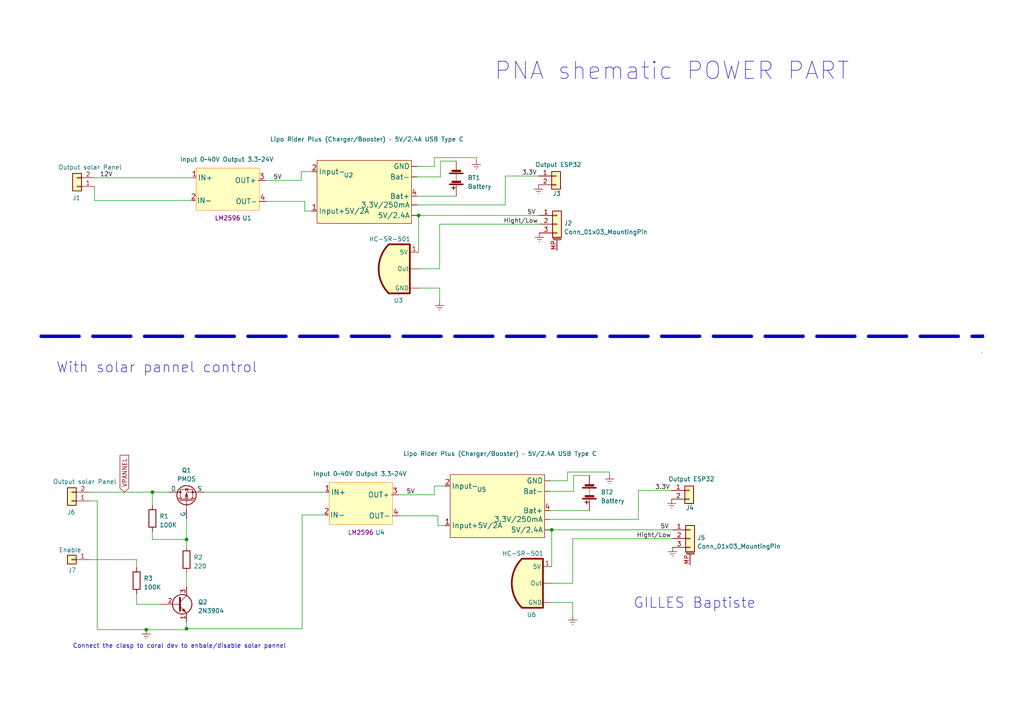
<source format=kicad_sch>
(kicad_sch (version 20230121) (generator eeschema)

  (uuid 30e66d92-aec2-4932-bb20-7ad358b58692)

  (paper "A4")

  (lib_symbols
    (symbol "Connector_Generic_MountingPin:Conn_01x01_MountingPin" (pin_names (offset 1.016) hide) (in_bom yes) (on_board yes)
      (property "Reference" "J7" (at -3.048 0.9906 0)
        (effects (font (size 1.27 1.27)) (justify left))
      )
      (property "Value" "Enable" (at 3.81 6.858 0)
        (effects (font (size 1.27 1.27)) (justify left))
      )
      (property "Footprint" "" (at 0 0 0)
        (effects (font (size 1.27 1.27)) hide)
      )
      (property "Datasheet" "~" (at 0 0 0)
        (effects (font (size 1.27 1.27)) hide)
      )
      (property "ki_keywords" "connector" (at 0 0 0)
        (effects (font (size 1.27 1.27)) hide)
      )
      (property "ki_description" "Generic connectable mounting pin connector, single row, 01x01, script generated (kicad-library-utils/schlib/autogen/connector/)" (at 0 0 0)
        (effects (font (size 1.27 1.27)) hide)
      )
      (property "ki_fp_filters" "Connector*:*_1x??-1MP*" (at 0 0 0)
        (effects (font (size 1.27 1.27)) hide)
      )
      (symbol "Conn_01x01_MountingPin_1_1"
        (rectangle (start -1.27 0.127) (end 0 -0.127)
          (stroke (width 0.1524) (type default))
          (fill (type none))
        )
        (rectangle (start -1.27 1.27) (end 1.27 -1.27)
          (stroke (width 0.254) (type default))
          (fill (type background))
        )
        (pin passive line (at -5.08 0 0) (length 3.81)
          (name "Pin_1" (effects (font (size 1.27 1.27))))
          (number "1" (effects (font (size 1.27 1.27))))
        )
      )
    )
    (symbol "Connector_Generic_MountingPin:Conn_01x02_MountingPin" (pin_names (offset 1.016) hide) (in_bom yes) (on_board yes)
      (property "Reference" "J1" (at -2.54 2.2606 0)
        (effects (font (size 1.27 1.27)) (justify left))
      )
      (property "Value" "Conn_01x02_MountingPin" (at -2.54 -0.2794 0)
        (effects (font (size 1.27 1.27)) (justify left) hide)
      )
      (property "Footprint" "" (at 0 0 0)
        (effects (font (size 1.27 1.27)) hide)
      )
      (property "Datasheet" "~" (at 0 0 0)
        (effects (font (size 1.27 1.27)) hide)
      )
      (property "ki_keywords" "connector" (at 0 0 0)
        (effects (font (size 1.27 1.27)) hide)
      )
      (property "ki_description" "Generic connectable mounting pin connector, single row, 01x02, script generated (kicad-library-utils/schlib/autogen/connector/)" (at 0 0 0)
        (effects (font (size 1.27 1.27)) hide)
      )
      (property "ki_fp_filters" "Connector*:*_1x??-1MP*" (at 0 0 0)
        (effects (font (size 1.27 1.27)) hide)
      )
      (symbol "Conn_01x02_MountingPin_1_1"
        (rectangle (start -1.27 -2.413) (end 0 -2.667)
          (stroke (width 0.1524) (type default))
          (fill (type none))
        )
        (rectangle (start -1.27 0.127) (end 0 -0.127)
          (stroke (width 0.1524) (type default))
          (fill (type none))
        )
        (rectangle (start -1.27 1.27) (end 1.27 -3.81)
          (stroke (width 0.254) (type default))
          (fill (type background))
        )
        (pin passive line (at -5.08 0 0) (length 3.81)
          (name "Pin_1" (effects (font (size 1.27 1.27))))
          (number "1" (effects (font (size 1.27 1.27))))
        )
        (pin passive line (at -5.08 -2.54 0) (length 3.81)
          (name "Pin_2" (effects (font (size 1.27 1.27))))
          (number "2" (effects (font (size 1.27 1.27))))
        )
      )
    )
    (symbol "Connector_Generic_MountingPin:Conn_01x03_MountingPin" (pin_names (offset 1.016) hide) (in_bom yes) (on_board yes)
      (property "Reference" "J" (at 0 5.08 0)
        (effects (font (size 1.27 1.27)))
      )
      (property "Value" "Conn_01x03_MountingPin" (at 1.27 -5.08 0)
        (effects (font (size 1.27 1.27)) (justify left))
      )
      (property "Footprint" "" (at 0 0 0)
        (effects (font (size 1.27 1.27)) hide)
      )
      (property "Datasheet" "~" (at 0 0 0)
        (effects (font (size 1.27 1.27)) hide)
      )
      (property "ki_keywords" "connector" (at 0 0 0)
        (effects (font (size 1.27 1.27)) hide)
      )
      (property "ki_description" "Generic connectable mounting pin connector, single row, 01x03, script generated (kicad-library-utils/schlib/autogen/connector/)" (at 0 0 0)
        (effects (font (size 1.27 1.27)) hide)
      )
      (property "ki_fp_filters" "Connector*:*_1x??-1MP*" (at 0 0 0)
        (effects (font (size 1.27 1.27)) hide)
      )
      (symbol "Conn_01x03_MountingPin_1_1"
        (rectangle (start -1.27 -2.413) (end 0 -2.667)
          (stroke (width 0.1524) (type default))
          (fill (type none))
        )
        (rectangle (start -1.27 0.127) (end 0 -0.127)
          (stroke (width 0.1524) (type default))
          (fill (type none))
        )
        (rectangle (start -1.27 2.667) (end 0 2.413)
          (stroke (width 0.1524) (type default))
          (fill (type none))
        )
        (rectangle (start -1.27 3.81) (end 1.27 -3.81)
          (stroke (width 0.254) (type default))
          (fill (type background))
        )
        (polyline
          (pts
            (xy -1.016 -4.572)
            (xy 1.016 -4.572)
          )
          (stroke (width 0.1524) (type default))
          (fill (type none))
        )
        (text "Mounting" (at 0 -4.191 0)
          (effects (font (size 0.381 0.381)))
        )
        (pin passive line (at -5.08 2.54 0) (length 3.81)
          (name "Pin_1" (effects (font (size 1.27 1.27))))
          (number "1" (effects (font (size 1.27 1.27))))
        )
        (pin passive line (at -5.08 0 0) (length 3.81)
          (name "Pin_2" (effects (font (size 1.27 1.27))))
          (number "2" (effects (font (size 1.27 1.27))))
        )
        (pin passive line (at -5.08 -2.54 0) (length 3.81)
          (name "Pin_3" (effects (font (size 1.27 1.27))))
          (number "3" (effects (font (size 1.27 1.27))))
        )
        (pin passive line (at 0 -7.62 90) (length 3.048)
          (name "MountPin" (effects (font (size 1.27 1.27))))
          (number "MP" (effects (font (size 1.27 1.27))))
        )
      )
    )
    (symbol "Device:Battery" (pin_numbers hide) (pin_names (offset 0) hide) (in_bom yes) (on_board yes)
      (property "Reference" "BT" (at 2.54 2.54 0)
        (effects (font (size 1.27 1.27)) (justify left))
      )
      (property "Value" "Battery" (at 2.54 0 0)
        (effects (font (size 1.27 1.27)) (justify left))
      )
      (property "Footprint" "" (at 0 1.524 90)
        (effects (font (size 1.27 1.27)) hide)
      )
      (property "Datasheet" "~" (at 0 1.524 90)
        (effects (font (size 1.27 1.27)) hide)
      )
      (property "ki_keywords" "batt voltage-source cell" (at 0 0 0)
        (effects (font (size 1.27 1.27)) hide)
      )
      (property "ki_description" "Multiple-cell battery" (at 0 0 0)
        (effects (font (size 1.27 1.27)) hide)
      )
      (symbol "Battery_0_1"
        (rectangle (start -2.032 -1.397) (end 2.032 -1.651)
          (stroke (width 0) (type default))
          (fill (type outline))
        )
        (rectangle (start -2.032 1.778) (end 2.032 1.524)
          (stroke (width 0) (type default))
          (fill (type outline))
        )
        (rectangle (start -1.3208 -1.9812) (end 1.27 -2.4892)
          (stroke (width 0) (type default))
          (fill (type outline))
        )
        (rectangle (start -1.3208 1.1938) (end 1.27 0.6858)
          (stroke (width 0) (type default))
          (fill (type outline))
        )
        (polyline
          (pts
            (xy 0 -1.524)
            (xy 0 -1.27)
          )
          (stroke (width 0) (type default))
          (fill (type none))
        )
        (polyline
          (pts
            (xy 0 -1.016)
            (xy 0 -0.762)
          )
          (stroke (width 0) (type default))
          (fill (type none))
        )
        (polyline
          (pts
            (xy 0 -0.508)
            (xy 0 -0.254)
          )
          (stroke (width 0) (type default))
          (fill (type none))
        )
        (polyline
          (pts
            (xy 0 0)
            (xy 0 0.254)
          )
          (stroke (width 0) (type default))
          (fill (type none))
        )
        (polyline
          (pts
            (xy 0 0.508)
            (xy 0 0.762)
          )
          (stroke (width 0) (type default))
          (fill (type none))
        )
        (polyline
          (pts
            (xy 0 1.778)
            (xy 0 2.54)
          )
          (stroke (width 0) (type default))
          (fill (type none))
        )
        (polyline
          (pts
            (xy 0.254 2.667)
            (xy 1.27 2.667)
          )
          (stroke (width 0.254) (type default))
          (fill (type none))
        )
        (polyline
          (pts
            (xy 0.762 3.175)
            (xy 0.762 2.159)
          )
          (stroke (width 0.254) (type default))
          (fill (type none))
        )
      )
      (symbol "Battery_1_1"
        (pin passive line (at 0 5.08 270) (length 2.54)
          (name "+" (effects (font (size 1.27 1.27))))
          (number "1" (effects (font (size 1.27 1.27))))
        )
        (pin passive line (at 0 -5.08 90) (length 2.54)
          (name "-" (effects (font (size 1.27 1.27))))
          (number "2" (effects (font (size 1.27 1.27))))
        )
      )
    )
    (symbol "Device:R" (pin_numbers hide) (pin_names (offset 0)) (in_bom yes) (on_board yes)
      (property "Reference" "R" (at 2.032 0 90)
        (effects (font (size 1.27 1.27)))
      )
      (property "Value" "R" (at 0 0 90)
        (effects (font (size 1.27 1.27)))
      )
      (property "Footprint" "" (at -1.778 0 90)
        (effects (font (size 1.27 1.27)) hide)
      )
      (property "Datasheet" "~" (at 0 0 0)
        (effects (font (size 1.27 1.27)) hide)
      )
      (property "ki_keywords" "R res resistor" (at 0 0 0)
        (effects (font (size 1.27 1.27)) hide)
      )
      (property "ki_description" "Resistor" (at 0 0 0)
        (effects (font (size 1.27 1.27)) hide)
      )
      (property "ki_fp_filters" "R_*" (at 0 0 0)
        (effects (font (size 1.27 1.27)) hide)
      )
      (symbol "R_0_1"
        (rectangle (start -1.016 -2.54) (end 1.016 2.54)
          (stroke (width 0.254) (type default))
          (fill (type none))
        )
      )
      (symbol "R_1_1"
        (pin passive line (at 0 3.81 270) (length 1.27)
          (name "~" (effects (font (size 1.27 1.27))))
          (number "1" (effects (font (size 1.27 1.27))))
        )
        (pin passive line (at 0 -3.81 90) (length 1.27)
          (name "~" (effects (font (size 1.27 1.27))))
          (number "2" (effects (font (size 1.27 1.27))))
        )
      )
    )
    (symbol "PNAlib:Charger_106990290" (in_bom yes) (on_board yes)
      (property "Reference" "U2" (at 1.524 -7.62 0)
        (effects (font (size 1.27 1.27)))
      )
      (property "Value" "Lipo Rider Plus (Charger/Booster) ‐ 5V/2.4A USB Type C" (at 5.588 15.24 0)
        (effects (font (size 1.27 1.27)))
      )
      (property "Footprint" "" (at 0 0 0)
        (effects (font (size 1.27 1.27)) hide)
      )
      (property "Datasheet" "https://www.farnell.com/datasheets/3761219.pdf" (at -1.016 -8.89 0)
        (effects (font (size 1.27 1.27)) hide)
      )
      (symbol "Charger_106990290_0_1"
        (rectangle (start -7.62 6.35) (end 19.812 -11.938)
          (stroke (width 0) (type default))
          (fill (type background))
        )
      )
      (symbol "Charger_106990290_1_1"
        (pin output line (at 21.336 1.016 180) (length 1.5)
          (name "3.3V/250mA" (effects (font (size 1.5 1.5))))
          (number "" (effects (font (size 1.5 1.5))))
        )
        (pin output line (at 21.336 4.064 180) (length 1.5)
          (name "5V/2.4A" (effects (font (size 1.5 1.5))))
          (number "" (effects (font (size 1.5 1.5))))
        )
        (pin output line (at 21.336 -7.112 180) (length 1.5)
          (name "Bat-" (effects (font (size 1.5 1.5))))
          (number "" (effects (font (size 1.5 1.5))))
        )
        (pin output line (at 21.336 -10.16 180) (length 1.5)
          (name "GND" (effects (font (size 1.5 1.5))))
          (number "" (effects (font (size 1.5 1.5))))
        )
        (pin input line (at -9.144 2.794 0) (length 1.5)
          (name "Input+5V/2A" (effects (font (size 1.5 1.5))))
          (number "1" (effects (font (size 1.5 1.5))))
        )
        (pin input line (at -9.136 -8.636 0) (length 1.5)
          (name "Input-" (effects (font (size 1.5 1.5))))
          (number "2" (effects (font (size 1.5 1.5))))
        )
        (pin output line (at 21.336 -1.524 180) (length 1.5)
          (name "Bat+" (effects (font (size 1.5 1.5))))
          (number "4" (effects (font (size 1.5 1.5))))
        )
      )
    )
    (symbol "PNAlib:LM2596" (in_bom yes) (on_board yes)
      (property "Reference" "U" (at 3.556 -4.572 0)
        (effects (font (size 1.27 1.27)))
      )
      (property "Value" "Input 0~40V Output 3.3~24V" (at 0 5.08 0)
        (effects (font (size 1.27 1.27)))
      )
      (property "Footprint" "" (at 0 0 0)
        (effects (font (size 1.27 1.27)) hide)
      )
      (property "Datasheet" "https://www.farnell.com/datasheets/3740626.pdf" (at 0 7.62 0)
        (effects (font (size 1.27 1.27)) hide)
      )
      (property "Name" "LM2596" (at 4.064 -6.604 0)
        (effects (font (size 1.27 1.27)))
      )
      (symbol "LM2596_0_1"
        (rectangle (start -5.08 3.81) (end 13.208 -8.382)
          (stroke (width 0) (type default) (color 255 137 28 1))
          (fill (type background))
        )
      )
      (symbol "LM2596_1_1"
        (pin power_in line (at -6.096 1.016 0) (length 1)
          (name "IN+" (effects (font (size 1.5 1.5))))
          (number "1" (effects (font (size 1.5 1.5))))
        )
        (pin power_in line (at -6.35 -5.588 0) (length 1)
          (name "IN-" (effects (font (size 1.5 1.5))))
          (number "2" (effects (font (size 1.5 1.5))))
        )
        (pin power_out line (at 14.97 0.254 180) (length 2)
          (name "OUT+" (effects (font (size 1.5 1.5))))
          (number "3" (effects (font (size 1.5 1.5))))
        )
        (pin power_out line (at 15.224 -5.842 180) (length 2)
          (name "OUT-" (effects (font (size 1.5 1.5))))
          (number "4" (effects (font (size 1.5 1.5))))
        )
      )
    )
    (symbol "PNAlib:MotionSensor" (in_bom yes) (on_board yes)
      (property "Reference" "U" (at -1.016 -0.254 0)
        (effects (font (size 1.27 1.27)))
      )
      (property "Value" "HC-SR-501" (at -1.27 -9.144 0)
        (effects (font (size 1.27 1.27)))
      )
      (property "Footprint" "" (at 0 0 0)
        (effects (font (size 1.27 1.27)) hide)
      )
      (property "Datasheet" "https://www.mpja.com/download/31227sc.pdf" (at -1.016 8.382 0)
        (effects (font (size 1.27 1.27)) hide)
      )
      (symbol "MotionSensor_0_1"
        (arc (start 0 -7.366) (mid 2.9459 -0.254) (end 0 6.858)
          (stroke (width 0.5) (type default))
          (fill (type background))
        )
        (polyline
          (pts
            (xy 0 6.858)
            (xy -6.096 6.858)
            (xy -6.096 -7.366)
            (xy 0 -7.366)
          )
          (stroke (width 0.5) (type default))
          (fill (type background))
        )
      )
      (symbol "MotionSensor_1_1"
        (pin power_in line (at -8.89 -5.842 0) (length 2.54)
          (name "GND" (effects (font (size 1.27 1.27))))
          (number "" (effects (font (size 1.27 1.27))))
        )
        (pin passive line (at -8.89 -0.254 0) (length 2.54)
          (name "Out" (effects (font (size 1.27 1.27))))
          (number "" (effects (font (size 1.27 1.27))))
        )
        (pin power_in line (at -8.636 4.572 0) (length 2.54)
          (name "5V" (effects (font (size 1.27 1.27))))
          (number "1" (effects (font (size 1.27 1.27))))
        )
      )
    )
    (symbol "Simulation_SPICE:PMOS" (pin_numbers hide) (pin_names (offset 0)) (in_bom yes) (on_board yes)
      (property "Reference" "Q" (at 5.08 1.27 0)
        (effects (font (size 1.27 1.27)) (justify left))
      )
      (property "Value" "PMOS" (at 5.08 -1.27 0)
        (effects (font (size 1.27 1.27)) (justify left))
      )
      (property "Footprint" "" (at 5.08 2.54 0)
        (effects (font (size 1.27 1.27)) hide)
      )
      (property "Datasheet" "https://ngspice.sourceforge.io/docs/ngspice-manual.pdf" (at 0 -12.7 0)
        (effects (font (size 1.27 1.27)) hide)
      )
      (property "Sim.Device" "PMOS" (at 0 -17.145 0)
        (effects (font (size 1.27 1.27)) hide)
      )
      (property "Sim.Type" "VDMOS" (at 0 -19.05 0)
        (effects (font (size 1.27 1.27)) hide)
      )
      (property "Sim.Pins" "1=D 2=G 3=S" (at 0 -15.24 0)
        (effects (font (size 1.27 1.27)) hide)
      )
      (property "ki_keywords" "transistor PMOS P-MOS P-MOSFET simulation" (at 0 0 0)
        (effects (font (size 1.27 1.27)) hide)
      )
      (property "ki_description" "P-MOSFET transistor, drain/source/gate" (at 0 0 0)
        (effects (font (size 1.27 1.27)) hide)
      )
      (symbol "PMOS_0_1"
        (polyline
          (pts
            (xy 0.254 0)
            (xy -2.54 0)
          )
          (stroke (width 0) (type default))
          (fill (type none))
        )
        (polyline
          (pts
            (xy 0.254 1.905)
            (xy 0.254 -1.905)
          )
          (stroke (width 0.254) (type default))
          (fill (type none))
        )
        (polyline
          (pts
            (xy 0.762 -1.27)
            (xy 0.762 -2.286)
          )
          (stroke (width 0.254) (type default))
          (fill (type none))
        )
        (polyline
          (pts
            (xy 0.762 0.508)
            (xy 0.762 -0.508)
          )
          (stroke (width 0.254) (type default))
          (fill (type none))
        )
        (polyline
          (pts
            (xy 0.762 2.286)
            (xy 0.762 1.27)
          )
          (stroke (width 0.254) (type default))
          (fill (type none))
        )
        (polyline
          (pts
            (xy 2.54 2.54)
            (xy 2.54 1.778)
          )
          (stroke (width 0) (type default))
          (fill (type none))
        )
        (polyline
          (pts
            (xy 2.54 -2.54)
            (xy 2.54 0)
            (xy 0.762 0)
          )
          (stroke (width 0) (type default))
          (fill (type none))
        )
        (polyline
          (pts
            (xy 0.762 1.778)
            (xy 3.302 1.778)
            (xy 3.302 -1.778)
            (xy 0.762 -1.778)
          )
          (stroke (width 0) (type default))
          (fill (type none))
        )
        (polyline
          (pts
            (xy 2.286 0)
            (xy 1.27 0.381)
            (xy 1.27 -0.381)
            (xy 2.286 0)
          )
          (stroke (width 0) (type default))
          (fill (type outline))
        )
        (polyline
          (pts
            (xy 2.794 -0.508)
            (xy 2.921 -0.381)
            (xy 3.683 -0.381)
            (xy 3.81 -0.254)
          )
          (stroke (width 0) (type default))
          (fill (type none))
        )
        (polyline
          (pts
            (xy 3.302 -0.381)
            (xy 2.921 0.254)
            (xy 3.683 0.254)
            (xy 3.302 -0.381)
          )
          (stroke (width 0) (type default))
          (fill (type none))
        )
        (circle (center 1.651 0) (radius 2.794)
          (stroke (width 0.254) (type default))
          (fill (type none))
        )
        (circle (center 2.54 -1.778) (radius 0.254)
          (stroke (width 0) (type default))
          (fill (type outline))
        )
        (circle (center 2.54 1.778) (radius 0.254)
          (stroke (width 0) (type default))
          (fill (type outline))
        )
      )
      (symbol "PMOS_1_1"
        (pin passive line (at 2.54 5.08 270) (length 2.54)
          (name "D" (effects (font (size 1.27 1.27))))
          (number "1" (effects (font (size 1.27 1.27))))
        )
        (pin input line (at -5.08 0 0) (length 2.54)
          (name "G" (effects (font (size 1.27 1.27))))
          (number "2" (effects (font (size 1.27 1.27))))
        )
        (pin passive line (at 2.54 -5.08 90) (length 2.54)
          (name "S" (effects (font (size 1.27 1.27))))
          (number "3" (effects (font (size 1.27 1.27))))
        )
      )
    )
    (symbol "Transistor_BJT:2N3904" (pin_names (offset 0) hide) (in_bom yes) (on_board yes)
      (property "Reference" "Q" (at 5.08 1.905 0)
        (effects (font (size 1.27 1.27)) (justify left))
      )
      (property "Value" "2N3904" (at 5.08 0 0)
        (effects (font (size 1.27 1.27)) (justify left))
      )
      (property "Footprint" "Package_TO_SOT_THT:TO-92_Inline" (at 5.08 -1.905 0)
        (effects (font (size 1.27 1.27) italic) (justify left) hide)
      )
      (property "Datasheet" "https://www.onsemi.com/pub/Collateral/2N3903-D.PDF" (at 0 0 0)
        (effects (font (size 1.27 1.27)) (justify left) hide)
      )
      (property "ki_keywords" "NPN Transistor" (at 0 0 0)
        (effects (font (size 1.27 1.27)) hide)
      )
      (property "ki_description" "0.2A Ic, 40V Vce, Small Signal NPN Transistor, TO-92" (at 0 0 0)
        (effects (font (size 1.27 1.27)) hide)
      )
      (property "ki_fp_filters" "TO?92*" (at 0 0 0)
        (effects (font (size 1.27 1.27)) hide)
      )
      (symbol "2N3904_0_1"
        (polyline
          (pts
            (xy 0.635 0.635)
            (xy 2.54 2.54)
          )
          (stroke (width 0) (type default))
          (fill (type none))
        )
        (polyline
          (pts
            (xy 0.635 -0.635)
            (xy 2.54 -2.54)
            (xy 2.54 -2.54)
          )
          (stroke (width 0) (type default))
          (fill (type none))
        )
        (polyline
          (pts
            (xy 0.635 1.905)
            (xy 0.635 -1.905)
            (xy 0.635 -1.905)
          )
          (stroke (width 0.508) (type default))
          (fill (type none))
        )
        (polyline
          (pts
            (xy 1.27 -1.778)
            (xy 1.778 -1.27)
            (xy 2.286 -2.286)
            (xy 1.27 -1.778)
            (xy 1.27 -1.778)
          )
          (stroke (width 0) (type default))
          (fill (type outline))
        )
        (circle (center 1.27 0) (radius 2.8194)
          (stroke (width 0.254) (type default))
          (fill (type none))
        )
      )
      (symbol "2N3904_1_1"
        (pin passive line (at 2.54 -5.08 90) (length 2.54)
          (name "E" (effects (font (size 1.27 1.27))))
          (number "1" (effects (font (size 1.27 1.27))))
        )
        (pin passive line (at -5.08 0 0) (length 5.715)
          (name "B" (effects (font (size 1.27 1.27))))
          (number "2" (effects (font (size 1.27 1.27))))
        )
        (pin passive line (at 2.54 5.08 270) (length 2.54)
          (name "C" (effects (font (size 1.27 1.27))))
          (number "3" (effects (font (size 1.27 1.27))))
        )
      )
    )
    (symbol "power:Earth" (power) (pin_names (offset 0)) (in_bom yes) (on_board yes)
      (property "Reference" "#PWR" (at 0 -6.35 0)
        (effects (font (size 1.27 1.27)) hide)
      )
      (property "Value" "Earth" (at 0 -3.81 0)
        (effects (font (size 1.27 1.27)) hide)
      )
      (property "Footprint" "" (at 0 0 0)
        (effects (font (size 1.27 1.27)) hide)
      )
      (property "Datasheet" "~" (at 0 0 0)
        (effects (font (size 1.27 1.27)) hide)
      )
      (property "ki_keywords" "global ground gnd" (at 0 0 0)
        (effects (font (size 1.27 1.27)) hide)
      )
      (property "ki_description" "Power symbol creates a global label with name \"Earth\"" (at 0 0 0)
        (effects (font (size 1.27 1.27)) hide)
      )
      (symbol "Earth_0_1"
        (polyline
          (pts
            (xy -0.635 -1.905)
            (xy 0.635 -1.905)
          )
          (stroke (width 0) (type default))
          (fill (type none))
        )
        (polyline
          (pts
            (xy -0.127 -2.54)
            (xy 0.127 -2.54)
          )
          (stroke (width 0) (type default))
          (fill (type none))
        )
        (polyline
          (pts
            (xy 0 -1.27)
            (xy 0 0)
          )
          (stroke (width 0) (type default))
          (fill (type none))
        )
        (polyline
          (pts
            (xy 1.27 -1.27)
            (xy -1.27 -1.27)
          )
          (stroke (width 0) (type default))
          (fill (type none))
        )
      )
      (symbol "Earth_1_1"
        (pin power_in line (at 0 0 270) (length 0) hide
          (name "Earth" (effects (font (size 1.27 1.27))))
          (number "1" (effects (font (size 1.27 1.27))))
        )
      )
    )
  )

  (junction (at 54.102 182.372) (diameter 0) (color 0 0 0 0)
    (uuid 0b7285ac-cbc2-4e11-a1b7-9bbd91c1d9d5)
  )
  (junction (at 42.418 182.626) (diameter 0) (color 0 0 0 0)
    (uuid 1350b08b-239d-4ad1-995b-43d0c845aa71)
  )
  (junction (at 121.412 62.484) (diameter 0) (color 0 0 0 0)
    (uuid 4356925f-e3d9-467c-8577-3c5d360693b7)
  )
  (junction (at 44.196 142.748) (diameter 0) (color 0 0 0 0)
    (uuid 9fcb1328-9ee4-4204-8720-312d08f0b285)
  )
  (junction (at 160.02 153.67) (diameter 0) (color 0 0 0 0)
    (uuid ab40830f-aa10-4579-98c4-43eb35e9dafc)
  )
  (junction (at 54.102 156.464) (diameter 0) (color 0 0 0 0)
    (uuid f6979766-199c-4ead-9baa-48b49c012b4b)
  )

  (wire (pts (xy 166.116 178.562) (xy 166.116 174.752))
    (stroke (width 0) (type default))
    (uuid 008426c3-3280-46ca-87a4-641d09d45c5f)
  )
  (wire (pts (xy 125.984 45.72) (xy 138.176 45.72))
    (stroke (width 0) (type default))
    (uuid 0171293e-ecd2-4a3e-9856-9cf970e77e4c)
  )
  (wire (pts (xy 88.408 61.214) (xy 90.424 61.214))
    (stroke (width 0) (type default))
    (uuid 07449bfd-1bfb-4683-b63e-55723f70c566)
  )
  (wire (pts (xy 42.418 182.626) (xy 28.194 182.626))
    (stroke (width 0) (type default))
    (uuid 0b89f61b-7c90-4000-9ffa-1fe4b4ff62cc)
  )
  (wire (pts (xy 127.508 87.376) (xy 127.508 83.566))
    (stroke (width 0) (type default))
    (uuid 0ebe2d5c-5a3b-4fc4-b97a-b690c04d536a)
  )
  (wire (pts (xy 39.624 162.306) (xy 25.908 162.306))
    (stroke (width 0) (type default))
    (uuid 107a94f6-73e3-4f91-88d4-14ebb2556aa7)
  )
  (wire (pts (xy 54.102 182.372) (xy 87.63 182.372))
    (stroke (width 0) (type default))
    (uuid 112290a0-fd50-401f-b12c-4a0b331072ce)
  )
  (wire (pts (xy 27.432 54.102) (xy 27.432 58.166))
    (stroke (width 0) (type default))
    (uuid 148aab51-c9fa-4b3f-9602-720d2a3818b2)
  )
  (wire (pts (xy 54.102 166.116) (xy 54.102 170.18))
    (stroke (width 0) (type default))
    (uuid 17b37227-48c4-45fb-86ef-f08099dc5b36)
  )
  (polyline (pts (xy 284.988 97.028) (xy 285.242 97.028))
    (stroke (width 0) (type default))
    (uuid 1ff64ae9-d2c0-4c74-bdea-fd8c993c07d3)
  )

  (wire (pts (xy 25.908 145.288) (xy 28.194 145.288))
    (stroke (width 0) (type default))
    (uuid 207f2718-f864-476c-ab3e-5e2eeb25ae49)
  )
  (wire (pts (xy 164.592 139.446) (xy 164.592 136.906))
    (stroke (width 0) (type default))
    (uuid 23a617f2-dc3c-4236-bc00-467c9aca5410)
  )
  (wire (pts (xy 87.376 49.784) (xy 90.424 49.784))
    (stroke (width 0) (type default))
    (uuid 23daa2ae-e5f2-4bb5-90fd-f2df044ccaec)
  )
  (wire (pts (xy 127.762 51.308) (xy 127.762 46.736))
    (stroke (width 0) (type default))
    (uuid 27dadb7a-d8f1-43aa-ad44-5872af294257)
  )
  (wire (pts (xy 125.984 140.97) (xy 129.032 140.97))
    (stroke (width 0) (type default))
    (uuid 2dbd8dfa-2759-4fb3-be1d-a67f5ffc8898)
  )
  (wire (pts (xy 44.196 142.748) (xy 49.022 142.748))
    (stroke (width 0) (type default))
    (uuid 33ac7689-2d22-437f-971b-792a3991720e)
  )
  (wire (pts (xy 146.558 51.054) (xy 146.558 59.436))
    (stroke (width 0) (type default))
    (uuid 359b68fb-7e1c-4a77-a203-fc7fd58b77b3)
  )
  (wire (pts (xy 125.984 140.97) (xy 125.984 143.51))
    (stroke (width 0) (type default))
    (uuid 36fd5dc5-2eba-4478-a79f-cd613bc0586d)
  )
  (wire (pts (xy 127.016 152.4) (xy 129.032 152.4))
    (stroke (width 0) (type default))
    (uuid 3a6f61ff-82f7-4d7b-a023-880dec51f587)
  )
  (wire (pts (xy 166.116 169.164) (xy 166.116 156.21))
    (stroke (width 0) (type default))
    (uuid 3b14ddf9-10f1-46fb-8e09-e32841bb3b31)
  )
  (wire (pts (xy 46.482 175.26) (xy 39.624 175.26))
    (stroke (width 0) (type default))
    (uuid 3cdd86f8-6811-487b-9f82-03068e59249d)
  )
  (wire (pts (xy 115.824 149.606) (xy 127.016 149.606))
    (stroke (width 0) (type default))
    (uuid 4118ce63-cfce-457e-90dc-5801aa4cb59b)
  )
  (polyline (pts (xy 284.988 97.536) (xy 284.988 97.028))
    (stroke (width 0) (type default))
    (uuid 411e3c1d-7bf6-47cc-8b25-c3e7f5d812b4)
  )

  (wire (pts (xy 76.962 52.324) (xy 87.376 52.324))
    (stroke (width 0) (type default))
    (uuid 4439abe1-628a-46b7-8474-0d4e50a95f17)
  )
  (wire (pts (xy 54.102 156.464) (xy 54.102 158.496))
    (stroke (width 0) (type default))
    (uuid 4762efda-a6ab-446c-addb-a4ba3ead79ab)
  )
  (wire (pts (xy 39.624 164.592) (xy 39.624 162.306))
    (stroke (width 0) (type default))
    (uuid 4cc3aff6-4ce6-49b3-9cad-917b71776105)
  )
  (wire (pts (xy 159.512 150.622) (xy 185.166 150.622))
    (stroke (width 0) (type default))
    (uuid 517ba88d-e57a-42c9-961b-c00d4b121d3c)
  )
  (wire (pts (xy 166.116 174.752) (xy 160.274 174.752))
    (stroke (width 0) (type default))
    (uuid 57b6ae33-86d2-49c3-b627-ae8e039dc2d5)
  )
  (wire (pts (xy 54.102 182.372) (xy 54.102 182.626))
    (stroke (width 0) (type default))
    (uuid 5de0ba3e-e46f-4da6-b0e2-df389572c601)
  )
  (wire (pts (xy 127.508 83.566) (xy 121.666 83.566))
    (stroke (width 0) (type default))
    (uuid 61b2f659-955c-4542-8c4e-5eba3479e093)
  )
  (wire (pts (xy 87.63 149.352) (xy 87.63 182.372))
    (stroke (width 0) (type default))
    (uuid 63736451-3b7f-4cbb-aa92-0f9906ae11a3)
  )
  (wire (pts (xy 94.234 149.352) (xy 87.63 149.352))
    (stroke (width 0) (type default))
    (uuid 6cd8d056-7845-49ef-8029-520c35728bb7)
  )
  (wire (pts (xy 120.904 48.26) (xy 125.984 48.26))
    (stroke (width 0) (type default))
    (uuid 6f1fc800-d1a3-4633-9fd1-3651a7ced7ce)
  )
  (wire (pts (xy 176.784 136.906) (xy 176.784 137.668))
    (stroke (width 0) (type default))
    (uuid 6f3a17bd-86bf-4703-9202-2c9945e29878)
  )
  (wire (pts (xy 121.412 62.484) (xy 156.464 62.484))
    (stroke (width 0) (type default))
    (uuid 723af606-58e5-4b04-bcf5-a8ad25b42b92)
  )
  (wire (pts (xy 115.57 143.51) (xy 125.984 143.51))
    (stroke (width 0) (type default))
    (uuid 79aa3314-3385-4542-917b-09c76f6b6462)
  )
  (wire (pts (xy 88.408 58.42) (xy 88.408 61.214))
    (stroke (width 0) (type default))
    (uuid 79d3ad95-760e-49e6-a53f-ca6a8ff17c75)
  )
  (wire (pts (xy 120.904 59.436) (xy 146.558 59.436))
    (stroke (width 0) (type default))
    (uuid 7f454c1e-2349-45dc-ac23-9e9b7b9976b3)
  )
  (wire (pts (xy 159.512 139.446) (xy 164.592 139.446))
    (stroke (width 0) (type default))
    (uuid 82d88ca2-f3bc-4710-84b8-50fa3a7f4c3b)
  )
  (wire (pts (xy 121.412 62.484) (xy 121.412 73.152))
    (stroke (width 0) (type default))
    (uuid 875bf551-1470-4037-9769-46e59b04b6a2)
  )
  (wire (pts (xy 159.512 148.082) (xy 170.942 148.082))
    (stroke (width 0) (type default))
    (uuid 87ec1e37-45fd-4349-bbbe-b08ee3bf45a4)
  )
  (wire (pts (xy 127.508 65.024) (xy 156.464 65.024))
    (stroke (width 0) (type default))
    (uuid 8ca5e849-7e74-4300-bdc9-6d7cc6be128f)
  )
  (wire (pts (xy 125.984 48.26) (xy 125.984 45.72))
    (stroke (width 0) (type default))
    (uuid 9b7af791-d21e-4629-bfc2-aa350a47566d)
  )
  (wire (pts (xy 166.37 142.494) (xy 166.37 137.922))
    (stroke (width 0) (type default))
    (uuid 9ef8bf6d-eeef-42ad-b400-5a867a986454)
  )
  (wire (pts (xy 87.376 49.784) (xy 87.376 52.324))
    (stroke (width 0) (type default))
    (uuid 9fb0c0b1-b708-4006-b038-8d932dc2f195)
  )
  (wire (pts (xy 166.116 156.21) (xy 195.072 156.21))
    (stroke (width 0) (type default))
    (uuid a0638f24-2a8a-4bc2-8859-9714f09e55a0)
  )
  (wire (pts (xy 120.904 62.484) (xy 121.412 62.484))
    (stroke (width 0) (type default))
    (uuid a177458e-724a-4f2e-b9fd-96f6060e5c3d)
  )
  (wire (pts (xy 284.734 102.108) (xy 284.734 102.362))
    (stroke (width 0) (type default))
    (uuid a2ce777c-a3b5-4463-93b7-97d51504d567)
  )
  (wire (pts (xy 146.558 51.054) (xy 156.21 51.054))
    (stroke (width 0) (type default))
    (uuid b36f6beb-bfc9-4c77-8449-2b823f8db4c4)
  )
  (wire (pts (xy 44.196 154.178) (xy 44.196 156.464))
    (stroke (width 0) (type default))
    (uuid b4baff98-028e-4f0c-a4af-3f3607e27dc8)
  )
  (wire (pts (xy 166.37 137.922) (xy 170.942 137.922))
    (stroke (width 0) (type default))
    (uuid b66452b6-bf49-45fb-82c0-504062f1a148)
  )
  (wire (pts (xy 44.196 156.464) (xy 54.102 156.464))
    (stroke (width 0) (type default))
    (uuid b7dce87b-ac92-48f8-951e-1f76243c7e7c)
  )
  (wire (pts (xy 54.102 150.368) (xy 54.102 156.464))
    (stroke (width 0) (type default))
    (uuid be50ed15-1c33-40f8-95ca-f970ea589aa8)
  )
  (wire (pts (xy 159.512 142.494) (xy 166.37 142.494))
    (stroke (width 0) (type default))
    (uuid bf418365-442e-4569-81e5-fc19dee00361)
  )
  (wire (pts (xy 160.02 153.67) (xy 160.02 164.338))
    (stroke (width 0) (type default))
    (uuid c0599473-013d-4f01-b27c-1643c91cd7ef)
  )
  (wire (pts (xy 54.102 180.34) (xy 54.102 182.372))
    (stroke (width 0) (type default))
    (uuid c0cb95f9-b0e9-418e-9529-db9d1c569b2e)
  )
  (wire (pts (xy 25.908 142.748) (xy 44.196 142.748))
    (stroke (width 0) (type default))
    (uuid c4eb5354-3dfb-491c-a78f-fee5179a11fc)
  )
  (wire (pts (xy 185.166 142.24) (xy 185.166 150.622))
    (stroke (width 0) (type default))
    (uuid cc8d56e0-9a71-4bec-93b7-5885b83f768c)
  )
  (wire (pts (xy 160.274 169.164) (xy 166.116 169.164))
    (stroke (width 0) (type default))
    (uuid d298b6f0-3641-4866-a9f0-c0c416822a46)
  )
  (wire (pts (xy 27.432 51.562) (xy 55.88 51.562))
    (stroke (width 0) (type default))
    (uuid d46d64ec-c565-4249-817c-85d3d365b6c3)
  )
  (wire (pts (xy 164.592 136.906) (xy 176.784 136.906))
    (stroke (width 0) (type default))
    (uuid d5fcd0e9-cc8e-4d9f-9411-4ed8f8793f76)
  )
  (wire (pts (xy 77.216 58.42) (xy 88.408 58.42))
    (stroke (width 0) (type default))
    (uuid dc0753bd-90e9-4785-a2b6-4056adff85ba)
  )
  (wire (pts (xy 159.512 153.67) (xy 160.02 153.67))
    (stroke (width 0) (type default))
    (uuid dc4a42c6-54e3-4b18-b391-2ceec6aacb2a)
  )
  (wire (pts (xy 185.166 142.24) (xy 194.818 142.24))
    (stroke (width 0) (type default))
    (uuid e0b4eb97-0d2a-46f0-990f-52e297fffee4)
  )
  (wire (pts (xy 27.432 58.166) (xy 55.626 58.166))
    (stroke (width 0) (type default))
    (uuid e0caa868-2301-4063-a9bd-4706d2b1cb50)
  )
  (wire (pts (xy 28.194 145.288) (xy 28.194 182.626))
    (stroke (width 0) (type default))
    (uuid e0efc914-cfaf-4d7c-a9c0-d60320780c93)
  )
  (wire (pts (xy 54.102 182.626) (xy 42.418 182.626))
    (stroke (width 0) (type default))
    (uuid e9f9f64e-7a28-45d7-a738-ee0711fd4dac)
  )
  (wire (pts (xy 160.02 153.67) (xy 195.072 153.67))
    (stroke (width 0) (type default))
    (uuid e9feed57-f139-4b3b-aed6-14c36fafe4d6)
  )
  (polyline (pts (xy 11.938 97.536) (xy 284.988 97.536))
    (stroke (width 1) (type dash))
    (uuid ea05bfe0-e6a5-4685-bce3-727ecab3d42b)
  )

  (wire (pts (xy 120.904 56.896) (xy 132.334 56.896))
    (stroke (width 0) (type default))
    (uuid ec173bf4-5aac-4892-ac62-a66ea7ee52ba)
  )
  (wire (pts (xy 44.196 142.748) (xy 44.196 146.558))
    (stroke (width 0) (type default))
    (uuid ec6f3594-0d3a-451e-a140-78f187bbb503)
  )
  (wire (pts (xy 127.508 77.978) (xy 127.508 65.024))
    (stroke (width 0) (type default))
    (uuid ecc110b3-31c5-45be-970b-db37f29d3af6)
  )
  (wire (pts (xy 138.176 45.72) (xy 138.176 46.482))
    (stroke (width 0) (type default))
    (uuid ed124ba1-930c-4cbe-87d6-b5c2e5186d8f)
  )
  (wire (pts (xy 59.182 142.748) (xy 94.488 142.748))
    (stroke (width 0) (type default))
    (uuid f1318565-ac62-4503-86cb-bb63f5a49c6f)
  )
  (wire (pts (xy 127.762 46.736) (xy 132.334 46.736))
    (stroke (width 0) (type default))
    (uuid f2f2e0fb-2ea4-48fc-a0a3-11b2ddee62e4)
  )
  (wire (pts (xy 39.624 175.26) (xy 39.624 172.212))
    (stroke (width 0) (type default))
    (uuid f473125a-616f-485a-a509-6804ea9c136f)
  )
  (wire (pts (xy 120.904 51.308) (xy 127.762 51.308))
    (stroke (width 0) (type default))
    (uuid f9310121-1df2-415c-a509-141da26cde69)
  )
  (wire (pts (xy 127.016 149.606) (xy 127.016 152.4))
    (stroke (width 0) (type default))
    (uuid fe17a141-9bf7-46b2-aa99-944132418e0e)
  )
  (wire (pts (xy 121.666 77.978) (xy 127.508 77.978))
    (stroke (width 0) (type default))
    (uuid fe4cf472-9e11-45f3-bf54-8174d3d15a57)
  )

  (text "PNA shematic POWER PART\n" (at 143.256 23.622 0)
    (effects (font (size 5 5)) (justify left bottom))
    (uuid 1410595f-fa7f-4a45-aa42-e6acf4412ec0)
  )
  (text "Connect the clasp to coral dev to enbale/disable solar pannel"
    (at 21.082 188.214 0)
    (effects (font (size 1.27 1.27)) (justify left bottom))
    (uuid 372c761b-4eea-4a1f-8442-61bc3f898e5c)
  )
  (text "With solar pannel control\n" (at 16.256 108.458 0)
    (effects (font (size 3 3)) (justify left bottom))
    (uuid 56e4879c-7aaa-494c-928a-b7f3bdc38d9e)
  )
  (text "GILLES Baptiste" (at 183.642 176.784 0)
    (effects (font (size 3 3)) (justify left bottom))
    (uuid eaa89935-f9c8-45d3-97a4-38ea5820c778)
  )

  (label "Hight{slash}Low" (at 184.658 156.21 0) (fields_autoplaced)
    (effects (font (size 1.27 1.27)) (justify left bottom))
    (uuid 072a70cf-3ba4-40a3-abf0-49391ef59b05)
  )
  (label "12V" (at 28.956 51.562 0) (fields_autoplaced)
    (effects (font (size 1.27 1.27)) (justify left bottom))
    (uuid 0fab3bfa-c422-4e46-845a-e2973292232f)
  )
  (label "3.3V" (at 189.992 142.24 0) (fields_autoplaced)
    (effects (font (size 1.27 1.27)) (justify left bottom))
    (uuid 45a4b784-1fe6-4f0c-838e-14f946b133a8)
  )
  (label "5V" (at 191.516 153.67 0) (fields_autoplaced)
    (effects (font (size 1.27 1.27)) (justify left bottom))
    (uuid 561d8223-80b3-44a9-a412-d198d0fcbd00)
  )
  (label "5V" (at 152.908 62.484 0) (fields_autoplaced)
    (effects (font (size 1.27 1.27)) (justify left bottom))
    (uuid 6947cd58-1234-47ab-aa4b-d5c63f7c4d17)
  )
  (label "3.3V" (at 151.384 51.054 0) (fields_autoplaced)
    (effects (font (size 1.27 1.27)) (justify left bottom))
    (uuid 77d3c30b-78d2-4483-8414-964414ebcf5d)
  )
  (label "Hight{slash}Low" (at 146.05 65.024 0) (fields_autoplaced)
    (effects (font (size 1.27 1.27)) (justify left bottom))
    (uuid c0cea22e-9a5c-4987-9461-b017ded85009)
  )
  (label "5V" (at 79.248 52.324 0) (fields_autoplaced)
    (effects (font (size 1.27 1.27)) (justify left bottom))
    (uuid d9100da8-bda7-4ef3-9ed8-9d9151479851)
  )
  (label "5V" (at 117.856 143.51 0) (fields_autoplaced)
    (effects (font (size 1.27 1.27)) (justify left bottom))
    (uuid f08af4cd-3328-45bc-a349-a0237bc2c02e)
  )

  (global_label "VPANNEL" (shape input) (at 36.068 142.748 90) (fields_autoplaced)
    (effects (font (size 1.27 1.27)) (justify left))
    (uuid 9f73ca23-408d-4353-aeda-bf855f2d5d56)
    (property "Intersheetrefs" "${INTERSHEET_REFS}" (at 36.068 131.5569 90)
      (effects (font (size 1.27 1.27)) (justify left) hide)
    )
  )

  (symbol (lib_id "Device:Battery") (at 170.942 143.002 180) (unit 1)
    (in_bom yes) (on_board yes) (dnp no) (fields_autoplaced)
    (uuid 271268a0-8470-4f77-98f1-0b4a24001953)
    (property "Reference" "BT2" (at 174.244 142.748 0)
      (effects (font (size 1.27 1.27)) (justify right))
    )
    (property "Value" "Battery" (at 174.244 145.288 0)
      (effects (font (size 1.27 1.27)) (justify right))
    )
    (property "Footprint" "" (at 170.942 144.526 90)
      (effects (font (size 1.27 1.27)) hide)
    )
    (property "Datasheet" "~" (at 170.942 144.526 90)
      (effects (font (size 1.27 1.27)) hide)
    )
    (pin "1" (uuid e207d8ea-b3ea-4d8e-8e9a-68632cf8fb6f))
    (pin "2" (uuid 07a0be15-3602-45b1-9fb7-4c2382612141))
    (instances
      (project "PNA"
        (path "/30e66d92-aec2-4932-bb20-7ad358b58692"
          (reference "BT2") (unit 1)
        )
      )
    )
  )

  (symbol (lib_id "PNAlib:MotionSensor") (at 151.384 168.91 0) (mirror y) (unit 1)
    (in_bom yes) (on_board yes) (dnp no)
    (uuid 29008b4c-eef9-4e47-9477-b07ab7098e43)
    (property "Reference" "U6" (at 154.178 178.308 0)
      (effects (font (size 1.27 1.27)))
    )
    (property "Value" "HC-SR-501" (at 151.638 160.528 0)
      (effects (font (size 1.27 1.27)))
    )
    (property "Footprint" "" (at 151.384 168.91 0)
      (effects (font (size 1.27 1.27)) hide)
    )
    (property "Datasheet" "https://www.mpja.com/download/31227sc.pdf" (at 152.4 160.528 0)
      (effects (font (size 1.27 1.27)) hide)
    )
    (pin "" (uuid e6ee20d6-ea07-4a86-971b-0538cfa151c2))
    (pin "" (uuid e6ee20d6-ea07-4a86-971b-0538cfa151c2))
    (pin "1" (uuid c1a1a3c9-d823-437b-8aa4-31843bdf7d3c))
    (instances
      (project "PNA"
        (path "/30e66d92-aec2-4932-bb20-7ad358b58692"
          (reference "U6") (unit 1)
        )
      )
    )
  )

  (symbol (lib_id "Connector_Generic_MountingPin:Conn_01x02_MountingPin") (at 199.898 142.24 0) (unit 1)
    (in_bom yes) (on_board yes) (dnp no)
    (uuid 34da4f4b-40a6-4e81-8cf8-4f11f477f46a)
    (property "Reference" "J4" (at 198.882 147.32 0)
      (effects (font (size 1.27 1.27)) (justify left))
    )
    (property "Value" "Output ESP32" (at 193.802 138.938 0)
      (effects (font (size 1.27 1.27)) (justify left))
    )
    (property "Footprint" "" (at 199.898 142.24 0)
      (effects (font (size 1.27 1.27)) hide)
    )
    (property "Datasheet" "~" (at 199.898 142.24 0)
      (effects (font (size 1.27 1.27)) hide)
    )
    (pin "1" (uuid 882ec9f0-f49c-462e-9585-59fac80eb3f6))
    (pin "2" (uuid e183f1f6-f28e-4179-9141-e535e445418d))
    (instances
      (project "PNA"
        (path "/30e66d92-aec2-4932-bb20-7ad358b58692"
          (reference "J4") (unit 1)
        )
      )
    )
  )

  (symbol (lib_id "PNAlib:MotionSensor") (at 112.776 77.724 0) (mirror y) (unit 1)
    (in_bom yes) (on_board yes) (dnp no)
    (uuid 388f57d0-ee21-44bb-b2f3-13e5d7c229a0)
    (property "Reference" "U3" (at 115.57 87.122 0)
      (effects (font (size 1.27 1.27)))
    )
    (property "Value" "HC-SR-501" (at 113.03 69.342 0)
      (effects (font (size 1.27 1.27)))
    )
    (property "Footprint" "" (at 112.776 77.724 0)
      (effects (font (size 1.27 1.27)) hide)
    )
    (property "Datasheet" "https://www.mpja.com/download/31227sc.pdf" (at 113.792 69.342 0)
      (effects (font (size 1.27 1.27)) hide)
    )
    (pin "" (uuid 16719311-35cc-4374-8a34-4d3752dac919))
    (pin "" (uuid 16719311-35cc-4374-8a34-4d3752dac919))
    (pin "1" (uuid a3002864-6eed-4498-abb2-1abc864ba7f5))
    (instances
      (project "PNA"
        (path "/30e66d92-aec2-4932-bb20-7ad358b58692"
          (reference "U3") (unit 1)
        )
      )
    )
  )

  (symbol (lib_id "PNAlib:Charger_106990290") (at 99.568 58.42 0) (mirror x) (unit 1)
    (in_bom yes) (on_board yes) (dnp no)
    (uuid 38d3f06f-fe3d-40ec-9c5c-99bfb0a05d32)
    (property "Reference" "U2" (at 101.092 50.8 0)
      (effects (font (size 1.27 1.27)))
    )
    (property "Value" "Lipo Rider Plus (Charger/Booster) ‐ 5V/2.4A USB Type C" (at 106.426 40.386 0)
      (effects (font (size 1.27 1.27)))
    )
    (property "Footprint" "" (at 99.568 58.42 0)
      (effects (font (size 1.27 1.27)) hide)
    )
    (property "Datasheet" "https://www.farnell.com/datasheets/3761219.pdf" (at 98.552 49.53 0)
      (effects (font (size 1.27 1.27)) hide)
    )
    (pin "" (uuid 09a21bc6-93e5-4944-84a0-4df49be5b7da))
    (pin "" (uuid 09a21bc6-93e5-4944-84a0-4df49be5b7da))
    (pin "" (uuid 09a21bc6-93e5-4944-84a0-4df49be5b7da))
    (pin "" (uuid 09a21bc6-93e5-4944-84a0-4df49be5b7da))
    (pin "1" (uuid 4598ab3c-4c1e-47ae-bcb2-343292b7504d))
    (pin "2" (uuid 93341b7f-020f-4944-94d3-6e29f79f202e))
    (pin "4" (uuid 5bf166d5-8c2f-497d-adec-67e45ca01a66))
    (instances
      (project "PNA"
        (path "/30e66d92-aec2-4932-bb20-7ad358b58692"
          (reference "U2") (unit 1)
        )
      )
    )
  )

  (symbol (lib_id "Simulation_SPICE:PMOS") (at 54.102 145.288 90) (unit 1)
    (in_bom yes) (on_board yes) (dnp no) (fields_autoplaced)
    (uuid 3c36e174-7c3e-47fd-bd55-3ea040a7c937)
    (property "Reference" "Q1" (at 54.102 136.398 90)
      (effects (font (size 1.27 1.27)))
    )
    (property "Value" "PMOS" (at 54.102 138.938 90)
      (effects (font (size 1.27 1.27)))
    )
    (property "Footprint" "" (at 51.562 140.208 0)
      (effects (font (size 1.27 1.27)) hide)
    )
    (property "Datasheet" "https://ngspice.sourceforge.io/docs/ngspice-manual.pdf" (at 66.802 145.288 0)
      (effects (font (size 1.27 1.27)) hide)
    )
    (property "Sim.Device" "PMOS" (at 71.247 145.288 0)
      (effects (font (size 1.27 1.27)) hide)
    )
    (property "Sim.Type" "VDMOS" (at 73.152 145.288 0)
      (effects (font (size 1.27 1.27)) hide)
    )
    (property "Sim.Pins" "1=D 2=G 3=S" (at 69.342 145.288 0)
      (effects (font (size 1.27 1.27)) hide)
    )
    (pin "1" (uuid 47bd1cfa-6bcf-4c7d-9ac8-70f14d94b065))
    (pin "2" (uuid 19a53394-4216-416a-9390-80e64e9d7a88))
    (pin "3" (uuid a1d48341-92dd-46e4-962f-eba57c8ac990))
    (instances
      (project "PNA"
        (path "/30e66d92-aec2-4932-bb20-7ad358b58692"
          (reference "Q1") (unit 1)
        )
      )
    )
  )

  (symbol (lib_id "PNAlib:LM2596") (at 100.584 143.764 0) (unit 1)
    (in_bom yes) (on_board yes) (dnp no)
    (uuid 4a1a90a1-319b-4e9e-8162-ae7fabe3c1dd)
    (property "Reference" "U4" (at 110.236 154.432 0)
      (effects (font (size 1.27 1.27)))
    )
    (property "Value" "Input 0~40V Output 3.3~24V" (at 104.394 137.414 0)
      (effects (font (size 1.27 1.27)))
    )
    (property "Footprint" "" (at 100.584 143.764 0)
      (effects (font (size 1.27 1.27)) hide)
    )
    (property "Datasheet" "https://www.farnell.com/datasheets/3740626.pdf" (at 100.584 136.144 0)
      (effects (font (size 1.27 1.27)) hide)
    )
    (property "Name" "LM2596" (at 104.648 154.432 0)
      (effects (font (size 1.27 1.27)))
    )
    (pin "1" (uuid e8dfd048-5071-4610-9392-bc921b645333))
    (pin "2" (uuid 256d2f21-327b-46dd-af46-0cb74440f746))
    (pin "3" (uuid 9571181f-8a1b-430d-a9c7-2de86affc2f8))
    (pin "4" (uuid bfe875e4-a80a-4906-ae62-cb51ad65d1f0))
    (instances
      (project "PNA"
        (path "/30e66d92-aec2-4932-bb20-7ad358b58692"
          (reference "U4") (unit 1)
        )
      )
    )
  )

  (symbol (lib_id "power:Earth") (at 166.116 178.562 0) (unit 1)
    (in_bom yes) (on_board yes) (dnp no) (fields_autoplaced)
    (uuid 4d87b65b-b28d-448a-9149-eb2ffea2fbf9)
    (property "Reference" "#PWR05" (at 166.116 184.912 0)
      (effects (font (size 1.27 1.27)) hide)
    )
    (property "Value" "Earth" (at 166.116 182.372 0)
      (effects (font (size 1.27 1.27)) hide)
    )
    (property "Footprint" "" (at 166.116 178.562 0)
      (effects (font (size 1.27 1.27)) hide)
    )
    (property "Datasheet" "~" (at 166.116 178.562 0)
      (effects (font (size 1.27 1.27)) hide)
    )
    (pin "1" (uuid 6f41aa3e-aecf-479f-9909-fd9b1ef5c984))
    (instances
      (project "PNA"
        (path "/30e66d92-aec2-4932-bb20-7ad358b58692"
          (reference "#PWR05") (unit 1)
        )
      )
    )
  )

  (symbol (lib_id "power:Earth") (at 194.818 144.78 0) (unit 1)
    (in_bom yes) (on_board yes) (dnp no) (fields_autoplaced)
    (uuid 50f9cb3e-bada-47f2-b38a-33ec4bf17279)
    (property "Reference" "#PWR07" (at 194.818 151.13 0)
      (effects (font (size 1.27 1.27)) hide)
    )
    (property "Value" "Earth" (at 194.818 148.59 0)
      (effects (font (size 1.27 1.27)) hide)
    )
    (property "Footprint" "" (at 194.818 144.78 0)
      (effects (font (size 1.27 1.27)) hide)
    )
    (property "Datasheet" "~" (at 194.818 144.78 0)
      (effects (font (size 1.27 1.27)) hide)
    )
    (pin "1" (uuid e4384068-bfac-44cb-8f27-75aff80aa9fa))
    (instances
      (project "PNA"
        (path "/30e66d92-aec2-4932-bb20-7ad358b58692"
          (reference "#PWR07") (unit 1)
        )
      )
    )
  )

  (symbol (lib_id "Connector_Generic_MountingPin:Conn_01x01_MountingPin") (at 20.828 162.306 180) (unit 1)
    (in_bom yes) (on_board yes) (dnp no)
    (uuid 526850e6-9355-4ebc-8940-82f94839737c)
    (property "Reference" "J7" (at 22.098 165.354 0)
      (effects (font (size 1.27 1.27)) (justify left))
    )
    (property "Value" "Enable" (at 23.622 159.512 0)
      (effects (font (size 1.27 1.27)) (justify left))
    )
    (property "Footprint" "" (at 20.828 162.306 0)
      (effects (font (size 1.27 1.27)) hide)
    )
    (property "Datasheet" "~" (at 20.828 162.306 0)
      (effects (font (size 1.27 1.27)) hide)
    )
    (pin "1" (uuid 115768c5-9e3f-4042-9b9f-de6f2f99eca1))
    (instances
      (project "PNA"
        (path "/30e66d92-aec2-4932-bb20-7ad358b58692"
          (reference "J7") (unit 1)
        )
      )
    )
  )

  (symbol (lib_id "Connector_Generic_MountingPin:Conn_01x02_MountingPin") (at 20.828 145.288 180) (unit 1)
    (in_bom yes) (on_board yes) (dnp no)
    (uuid 5281f3b3-5d7a-4b3c-88fa-aa2f36811e4a)
    (property "Reference" "J6" (at 21.844 148.59 0)
      (effects (font (size 1.27 1.27)) (justify left))
    )
    (property "Value" "Output solar Panel " (at 34.798 139.7 0)
      (effects (font (size 1.27 1.27)) (justify left))
    )
    (property "Footprint" "" (at 20.828 145.288 0)
      (effects (font (size 1.27 1.27)) hide)
    )
    (property "Datasheet" "~" (at 20.828 145.288 0)
      (effects (font (size 1.27 1.27)) hide)
    )
    (pin "1" (uuid 9f872371-cc0f-420a-9957-b027815ce5eb))
    (pin "2" (uuid b043ddcb-e7bb-4c36-bd9b-912853ebf38c))
    (instances
      (project "PNA"
        (path "/30e66d92-aec2-4932-bb20-7ad358b58692"
          (reference "J6") (unit 1)
        )
      )
    )
  )

  (symbol (lib_id "Device:R") (at 54.102 162.306 0) (unit 1)
    (in_bom yes) (on_board yes) (dnp no) (fields_autoplaced)
    (uuid 52f297a8-0c7b-4b94-b1ea-1cee6adc53c6)
    (property "Reference" "R2" (at 56.134 161.671 0)
      (effects (font (size 1.27 1.27)) (justify left))
    )
    (property "Value" "220" (at 56.134 164.211 0)
      (effects (font (size 1.27 1.27)) (justify left))
    )
    (property "Footprint" "" (at 52.324 162.306 90)
      (effects (font (size 1.27 1.27)) hide)
    )
    (property "Datasheet" "~" (at 54.102 162.306 0)
      (effects (font (size 1.27 1.27)) hide)
    )
    (pin "1" (uuid 595cc11f-b890-43ec-842e-e7a7b71312fa))
    (pin "2" (uuid 0ba9299d-1f23-491d-a110-00ead4063bc8))
    (instances
      (project "PNA"
        (path "/30e66d92-aec2-4932-bb20-7ad358b58692"
          (reference "R2") (unit 1)
        )
      )
    )
  )

  (symbol (lib_id "Connector_Generic_MountingPin:Conn_01x03_MountingPin") (at 161.544 65.024 0) (unit 1)
    (in_bom yes) (on_board yes) (dnp no) (fields_autoplaced)
    (uuid 58913623-f55c-44e0-afee-b094a56be5b3)
    (property "Reference" "J2" (at 163.576 64.7446 0)
      (effects (font (size 1.27 1.27)) (justify left))
    )
    (property "Value" "Conn_01x03_MountingPin" (at 163.576 67.2846 0)
      (effects (font (size 1.27 1.27)) (justify left))
    )
    (property "Footprint" "" (at 161.544 65.024 0)
      (effects (font (size 1.27 1.27)) hide)
    )
    (property "Datasheet" "~" (at 161.544 65.024 0)
      (effects (font (size 1.27 1.27)) hide)
    )
    (pin "1" (uuid fca0cf80-09fe-4196-be1d-961d041c2864))
    (pin "2" (uuid 7520991c-dc97-425f-af77-3741d933efd0))
    (pin "3" (uuid 3fd75c30-9d40-4668-b9a5-b61e324a4661))
    (pin "MP" (uuid 1a81a6be-eb27-4cdc-8585-c099dc04e8c9))
    (instances
      (project "PNA"
        (path "/30e66d92-aec2-4932-bb20-7ad358b58692"
          (reference "J2") (unit 1)
        )
      )
    )
  )

  (symbol (lib_id "Transistor_BJT:2N3904") (at 51.562 175.26 0) (unit 1)
    (in_bom yes) (on_board yes) (dnp no) (fields_autoplaced)
    (uuid 67b14f2d-39a2-4dc2-ab84-9790145a0d6f)
    (property "Reference" "Q2" (at 57.404 174.625 0)
      (effects (font (size 1.27 1.27)) (justify left))
    )
    (property "Value" "2N3904" (at 57.404 177.165 0)
      (effects (font (size 1.27 1.27)) (justify left))
    )
    (property "Footprint" "Package_TO_SOT_THT:TO-92_Inline" (at 56.642 177.165 0)
      (effects (font (size 1.27 1.27) italic) (justify left) hide)
    )
    (property "Datasheet" "https://www.onsemi.com/pub/Collateral/2N3903-D.PDF" (at 51.562 175.26 0)
      (effects (font (size 1.27 1.27)) (justify left) hide)
    )
    (pin "1" (uuid 95df6531-499e-461d-9d09-71eb9a3291ab))
    (pin "2" (uuid 1c41e0b9-8a17-4841-857a-6adfc6440c78))
    (pin "3" (uuid 483f0514-83e5-4af9-882a-9262ac348129))
    (instances
      (project "PNA"
        (path "/30e66d92-aec2-4932-bb20-7ad358b58692"
          (reference "Q2") (unit 1)
        )
      )
    )
  )

  (symbol (lib_id "PNAlib:Charger_106990290") (at 138.176 149.606 0) (mirror x) (unit 1)
    (in_bom yes) (on_board yes) (dnp no)
    (uuid 73984957-251f-4d11-9990-6a5b890760bf)
    (property "Reference" "U5" (at 139.7 141.986 0)
      (effects (font (size 1.27 1.27)))
    )
    (property "Value" "Lipo Rider Plus (Charger/Booster) ‐ 5V/2.4A USB Type C" (at 145.034 131.572 0)
      (effects (font (size 1.27 1.27)))
    )
    (property "Footprint" "" (at 138.176 149.606 0)
      (effects (font (size 1.27 1.27)) hide)
    )
    (property "Datasheet" "https://www.farnell.com/datasheets/3761219.pdf" (at 137.16 140.716 0)
      (effects (font (size 1.27 1.27)) hide)
    )
    (pin "" (uuid 75d26fc2-08b1-474e-bb59-77fecdff12e6))
    (pin "" (uuid 75d26fc2-08b1-474e-bb59-77fecdff12e6))
    (pin "" (uuid 75d26fc2-08b1-474e-bb59-77fecdff12e6))
    (pin "" (uuid 75d26fc2-08b1-474e-bb59-77fecdff12e6))
    (pin "1" (uuid 67f69268-4eb9-465c-99ca-e859aea780d5))
    (pin "2" (uuid e11c85f9-c0c8-4b6a-8a54-ae3bc5088b2b))
    (pin "4" (uuid 57743416-8bba-4dee-a995-e62df57d1891))
    (instances
      (project "PNA"
        (path "/30e66d92-aec2-4932-bb20-7ad358b58692"
          (reference "U5") (unit 1)
        )
      )
    )
  )

  (symbol (lib_id "Connector_Generic_MountingPin:Conn_01x02_MountingPin") (at 22.352 54.102 180) (unit 1)
    (in_bom yes) (on_board yes) (dnp no)
    (uuid 91175f59-575e-43b3-9acd-df621e059430)
    (property "Reference" "J1" (at 23.368 57.404 0)
      (effects (font (size 1.27 1.27)) (justify left))
    )
    (property "Value" "Output solar Panel " (at 36.322 48.514 0)
      (effects (font (size 1.27 1.27)) (justify left))
    )
    (property "Footprint" "" (at 22.352 54.102 0)
      (effects (font (size 1.27 1.27)) hide)
    )
    (property "Datasheet" "~" (at 22.352 54.102 0)
      (effects (font (size 1.27 1.27)) hide)
    )
    (pin "1" (uuid f374cb76-5863-4b84-98f2-6bbb3e9a8271))
    (pin "2" (uuid 588727fb-c84c-4951-9f18-91a5d2931f81))
    (instances
      (project "PNA"
        (path "/30e66d92-aec2-4932-bb20-7ad358b58692"
          (reference "J1") (unit 1)
        )
      )
    )
  )

  (symbol (lib_id "power:Earth") (at 138.176 46.482 0) (unit 1)
    (in_bom yes) (on_board yes) (dnp no) (fields_autoplaced)
    (uuid 92c48301-a99e-44aa-9b86-29b285264469)
    (property "Reference" "#PWR01" (at 138.176 52.832 0)
      (effects (font (size 1.27 1.27)) hide)
    )
    (property "Value" "Earth" (at 138.176 50.292 0)
      (effects (font (size 1.27 1.27)) hide)
    )
    (property "Footprint" "" (at 138.176 46.482 0)
      (effects (font (size 1.27 1.27)) hide)
    )
    (property "Datasheet" "~" (at 138.176 46.482 0)
      (effects (font (size 1.27 1.27)) hide)
    )
    (pin "1" (uuid 4a8ef878-5ae7-45f2-8271-c539648ab06b))
    (instances
      (project "PNA"
        (path "/30e66d92-aec2-4932-bb20-7ad358b58692"
          (reference "#PWR01") (unit 1)
        )
      )
    )
  )

  (symbol (lib_id "PNAlib:LM2596") (at 61.976 52.578 0) (unit 1)
    (in_bom yes) (on_board yes) (dnp no)
    (uuid 9a60a8fc-f005-40e6-8f9b-ecc3199f1856)
    (property "Reference" "U1" (at 71.628 63.246 0)
      (effects (font (size 1.27 1.27)))
    )
    (property "Value" "Input 0~40V Output 3.3~24V" (at 65.786 46.228 0)
      (effects (font (size 1.27 1.27)))
    )
    (property "Footprint" "" (at 61.976 52.578 0)
      (effects (font (size 1.27 1.27)) hide)
    )
    (property "Datasheet" "https://www.farnell.com/datasheets/3740626.pdf" (at 61.976 44.958 0)
      (effects (font (size 1.27 1.27)) hide)
    )
    (property "Name" "LM2596" (at 66.04 63.246 0)
      (effects (font (size 1.27 1.27)))
    )
    (pin "1" (uuid 3fc63c77-fded-4ba8-a969-4ff924b7ae2b))
    (pin "2" (uuid 9170deee-575c-4b0c-b97b-ee97a281d27e))
    (pin "3" (uuid 69e0137a-d699-413e-a6fe-910425bce7ff))
    (pin "4" (uuid 3cc98e9a-64f2-4f37-8f33-02e2dd8398a6))
    (instances
      (project "PNA"
        (path "/30e66d92-aec2-4932-bb20-7ad358b58692"
          (reference "U1") (unit 1)
        )
      )
    )
  )

  (symbol (lib_id "power:Earth") (at 195.072 158.75 0) (unit 1)
    (in_bom yes) (on_board yes) (dnp no) (fields_autoplaced)
    (uuid af4b3e79-643b-4cbc-af11-c5b2add76a9e)
    (property "Reference" "#PWR08" (at 195.072 165.1 0)
      (effects (font (size 1.27 1.27)) hide)
    )
    (property "Value" "Earth" (at 195.072 162.56 0)
      (effects (font (size 1.27 1.27)) hide)
    )
    (property "Footprint" "" (at 195.072 158.75 0)
      (effects (font (size 1.27 1.27)) hide)
    )
    (property "Datasheet" "~" (at 195.072 158.75 0)
      (effects (font (size 1.27 1.27)) hide)
    )
    (pin "1" (uuid 5e5d0beb-9e0a-4855-9015-3b0e6838ff32))
    (instances
      (project "PNA"
        (path "/30e66d92-aec2-4932-bb20-7ad358b58692"
          (reference "#PWR08") (unit 1)
        )
      )
    )
  )

  (symbol (lib_id "Device:Battery") (at 132.334 51.816 180) (unit 1)
    (in_bom yes) (on_board yes) (dnp no) (fields_autoplaced)
    (uuid bd96796f-6458-4393-9bec-9f0db1b4eb21)
    (property "Reference" "BT1" (at 135.636 51.562 0)
      (effects (font (size 1.27 1.27)) (justify right))
    )
    (property "Value" "Battery" (at 135.636 54.102 0)
      (effects (font (size 1.27 1.27)) (justify right))
    )
    (property "Footprint" "" (at 132.334 53.34 90)
      (effects (font (size 1.27 1.27)) hide)
    )
    (property "Datasheet" "~" (at 132.334 53.34 90)
      (effects (font (size 1.27 1.27)) hide)
    )
    (pin "1" (uuid c451672b-fcc6-4679-8b43-f89decd83454))
    (pin "2" (uuid dde7a218-d4de-45f8-bb2e-f668a2649b10))
    (instances
      (project "PNA"
        (path "/30e66d92-aec2-4932-bb20-7ad358b58692"
          (reference "BT1") (unit 1)
        )
      )
    )
  )

  (symbol (lib_id "Connector_Generic_MountingPin:Conn_01x03_MountingPin") (at 200.152 156.21 0) (unit 1)
    (in_bom yes) (on_board yes) (dnp no) (fields_autoplaced)
    (uuid bf12485a-b2ce-4a34-b087-54d366cc86b7)
    (property "Reference" "J5" (at 202.184 155.9306 0)
      (effects (font (size 1.27 1.27)) (justify left))
    )
    (property "Value" "Conn_01x03_MountingPin" (at 202.184 158.4706 0)
      (effects (font (size 1.27 1.27)) (justify left))
    )
    (property "Footprint" "" (at 200.152 156.21 0)
      (effects (font (size 1.27 1.27)) hide)
    )
    (property "Datasheet" "~" (at 200.152 156.21 0)
      (effects (font (size 1.27 1.27)) hide)
    )
    (pin "1" (uuid 707564b5-9046-4ddb-b541-678902c74d0f))
    (pin "2" (uuid a5de453a-82c5-4230-9bf7-02ca805d8cfa))
    (pin "3" (uuid a87147f9-a6de-4d3d-8171-40288d73f2f2))
    (pin "MP" (uuid 12074816-4a98-499d-a272-95613b4cafcf))
    (instances
      (project "PNA"
        (path "/30e66d92-aec2-4932-bb20-7ad358b58692"
          (reference "J5") (unit 1)
        )
      )
    )
  )

  (symbol (lib_id "Device:R") (at 39.624 168.402 0) (unit 1)
    (in_bom yes) (on_board yes) (dnp no) (fields_autoplaced)
    (uuid dd6eb527-8c33-49a5-b5d9-3bbde8360108)
    (property "Reference" "R3" (at 41.656 167.767 0)
      (effects (font (size 1.27 1.27)) (justify left))
    )
    (property "Value" "100K" (at 41.656 170.307 0)
      (effects (font (size 1.27 1.27)) (justify left))
    )
    (property "Footprint" "" (at 37.846 168.402 90)
      (effects (font (size 1.27 1.27)) hide)
    )
    (property "Datasheet" "~" (at 39.624 168.402 0)
      (effects (font (size 1.27 1.27)) hide)
    )
    (pin "1" (uuid 7d36ddb4-aa05-4b5f-8325-548c51de286c))
    (pin "2" (uuid fef385c9-21f0-498d-a620-45053242e7d1))
    (instances
      (project "PNA"
        (path "/30e66d92-aec2-4932-bb20-7ad358b58692"
          (reference "R3") (unit 1)
        )
      )
    )
  )

  (symbol (lib_id "Connector_Generic_MountingPin:Conn_01x02_MountingPin") (at 161.29 51.054 0) (unit 1)
    (in_bom yes) (on_board yes) (dnp no)
    (uuid de80be23-d764-432f-a645-a6121f5a6580)
    (property "Reference" "J3" (at 160.274 56.134 0)
      (effects (font (size 1.27 1.27)) (justify left))
    )
    (property "Value" "Output ESP32" (at 155.194 47.752 0)
      (effects (font (size 1.27 1.27)) (justify left))
    )
    (property "Footprint" "" (at 161.29 51.054 0)
      (effects (font (size 1.27 1.27)) hide)
    )
    (property "Datasheet" "~" (at 161.29 51.054 0)
      (effects (font (size 1.27 1.27)) hide)
    )
    (pin "1" (uuid a08406e0-55d8-4e4b-a1ee-e8e3468da64f))
    (pin "2" (uuid 853de15d-fcb0-4dec-b64d-ce11aa7dde27))
    (instances
      (project "PNA"
        (path "/30e66d92-aec2-4932-bb20-7ad358b58692"
          (reference "J3") (unit 1)
        )
      )
    )
  )

  (symbol (lib_id "power:Earth") (at 156.21 53.594 0) (unit 1)
    (in_bom yes) (on_board yes) (dnp no) (fields_autoplaced)
    (uuid ed90194d-c696-4481-9f8a-cbd124711dac)
    (property "Reference" "#PWR02" (at 156.21 59.944 0)
      (effects (font (size 1.27 1.27)) hide)
    )
    (property "Value" "Earth" (at 156.21 57.404 0)
      (effects (font (size 1.27 1.27)) hide)
    )
    (property "Footprint" "" (at 156.21 53.594 0)
      (effects (font (size 1.27 1.27)) hide)
    )
    (property "Datasheet" "~" (at 156.21 53.594 0)
      (effects (font (size 1.27 1.27)) hide)
    )
    (pin "1" (uuid 1df7aa98-a5f0-4e13-8654-baeaa04bc7a9))
    (instances
      (project "PNA"
        (path "/30e66d92-aec2-4932-bb20-7ad358b58692"
          (reference "#PWR02") (unit 1)
        )
      )
    )
  )

  (symbol (lib_id "power:Earth") (at 156.464 67.564 0) (unit 1)
    (in_bom yes) (on_board yes) (dnp no) (fields_autoplaced)
    (uuid f01eaf3a-7581-49f6-9bdf-0df48c1ad3b0)
    (property "Reference" "#PWR03" (at 156.464 73.914 0)
      (effects (font (size 1.27 1.27)) hide)
    )
    (property "Value" "Earth" (at 156.464 71.374 0)
      (effects (font (size 1.27 1.27)) hide)
    )
    (property "Footprint" "" (at 156.464 67.564 0)
      (effects (font (size 1.27 1.27)) hide)
    )
    (property "Datasheet" "~" (at 156.464 67.564 0)
      (effects (font (size 1.27 1.27)) hide)
    )
    (pin "1" (uuid e6d5c6c6-e598-423e-b539-0924b01b007c))
    (instances
      (project "PNA"
        (path "/30e66d92-aec2-4932-bb20-7ad358b58692"
          (reference "#PWR03") (unit 1)
        )
      )
    )
  )

  (symbol (lib_id "power:Earth") (at 176.784 137.668 0) (unit 1)
    (in_bom yes) (on_board yes) (dnp no) (fields_autoplaced)
    (uuid f5075f7a-cc57-4b97-a523-d9c8047b5447)
    (property "Reference" "#PWR06" (at 176.784 144.018 0)
      (effects (font (size 1.27 1.27)) hide)
    )
    (property "Value" "Earth" (at 176.784 141.478 0)
      (effects (font (size 1.27 1.27)) hide)
    )
    (property "Footprint" "" (at 176.784 137.668 0)
      (effects (font (size 1.27 1.27)) hide)
    )
    (property "Datasheet" "~" (at 176.784 137.668 0)
      (effects (font (size 1.27 1.27)) hide)
    )
    (pin "1" (uuid 367e6326-b3c1-48d2-a7d7-e1d2dedbad1c))
    (instances
      (project "PNA"
        (path "/30e66d92-aec2-4932-bb20-7ad358b58692"
          (reference "#PWR06") (unit 1)
        )
      )
    )
  )

  (symbol (lib_id "power:Earth") (at 42.418 182.626 0) (unit 1)
    (in_bom yes) (on_board yes) (dnp no) (fields_autoplaced)
    (uuid fa67cd8a-c1a7-4ca1-aa76-c06f474d6a8c)
    (property "Reference" "#PWR010" (at 42.418 188.976 0)
      (effects (font (size 1.27 1.27)) hide)
    )
    (property "Value" "Earth" (at 42.418 186.436 0)
      (effects (font (size 1.27 1.27)) hide)
    )
    (property "Footprint" "" (at 42.418 182.626 0)
      (effects (font (size 1.27 1.27)) hide)
    )
    (property "Datasheet" "~" (at 42.418 182.626 0)
      (effects (font (size 1.27 1.27)) hide)
    )
    (pin "1" (uuid d2b16fb0-7a08-461a-bde0-8fe953a3f9d0))
    (instances
      (project "PNA"
        (path "/30e66d92-aec2-4932-bb20-7ad358b58692"
          (reference "#PWR010") (unit 1)
        )
      )
    )
  )

  (symbol (lib_id "power:Earth") (at 127.508 87.376 0) (unit 1)
    (in_bom yes) (on_board yes) (dnp no) (fields_autoplaced)
    (uuid fc03acc3-c537-44f3-a143-e27a3f29e210)
    (property "Reference" "#PWR04" (at 127.508 93.726 0)
      (effects (font (size 1.27 1.27)) hide)
    )
    (property "Value" "Earth" (at 127.508 91.186 0)
      (effects (font (size 1.27 1.27)) hide)
    )
    (property "Footprint" "" (at 127.508 87.376 0)
      (effects (font (size 1.27 1.27)) hide)
    )
    (property "Datasheet" "~" (at 127.508 87.376 0)
      (effects (font (size 1.27 1.27)) hide)
    )
    (pin "1" (uuid 76ec1a47-a0fc-49b4-b4cb-2b029e6e94c7))
    (instances
      (project "PNA"
        (path "/30e66d92-aec2-4932-bb20-7ad358b58692"
          (reference "#PWR04") (unit 1)
        )
      )
    )
  )

  (symbol (lib_id "Device:R") (at 44.196 150.368 0) (unit 1)
    (in_bom yes) (on_board yes) (dnp no) (fields_autoplaced)
    (uuid fed8578a-32ec-4e1f-a5d1-7e352c2cc907)
    (property "Reference" "R1" (at 46.228 149.733 0)
      (effects (font (size 1.27 1.27)) (justify left))
    )
    (property "Value" "100K" (at 46.228 152.273 0)
      (effects (font (size 1.27 1.27)) (justify left))
    )
    (property "Footprint" "" (at 42.418 150.368 90)
      (effects (font (size 1.27 1.27)) hide)
    )
    (property "Datasheet" "~" (at 44.196 150.368 0)
      (effects (font (size 1.27 1.27)) hide)
    )
    (pin "1" (uuid cdf91d55-26ad-48e8-9b1e-3001efc05434))
    (pin "2" (uuid 39474ff8-9047-45a0-8889-cca48443457e))
    (instances
      (project "PNA"
        (path "/30e66d92-aec2-4932-bb20-7ad358b58692"
          (reference "R1") (unit 1)
        )
      )
    )
  )

  (sheet_instances
    (path "/" (page "1"))
  )
)

</source>
